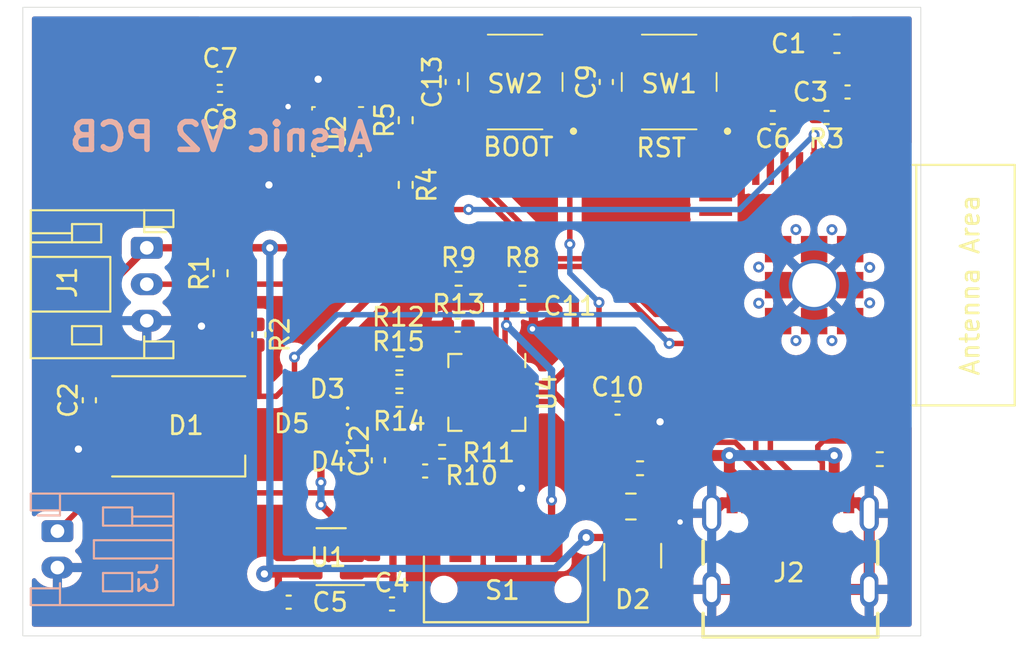
<source format=kicad_pcb>
(kicad_pcb (version 20221018) (generator pcbnew)
  (layers (0 "F.Cu" signal "Front") (31 "B.Cu" signal "Back") (34 "B.Paste" user) (35 "F.Paste" user) (36 "B.SilkS" user "B.Silkscreen") (37 "F.SilkS" user "F.Silkscreen") (38 "B.Mask" user) (39 "F.Mask" user) (44 "Edge.Cuts" user))
  (net 0 "")
  (net 1 "+3.3V")
  (net 2 "GND")
  (net 3 "+5V")
  (net 4 "/CHIP_PU")
  (net 5 "VCC")
  (net 6 "Net-(C11-Pad1)")
  (net 7 "Net-(J3-Pin_1)")
  (net 8 "/GPIO9")
  (net 10 "/GPIO8")
  (net 11 "/USB_D+")
  (net 12 "/USB_D-")
  (net 13 "Net-(D3-K)")
  (net 14 "Net-(D4-K)")
  (net 15 "Net-(D5-K)")
  (net 16 "Net-(F1-Pad1)")
  (net 17 "/GPIO3")
  (net 19 "Net-(J2-CC2)")
  (net 20 "Net-(J2-CC1)")
  (net 22 "/SCA")
  (net 23 "/SCL")
  (net 24 "Net-(U4-VPCC)")
  (net 25 "Net-(U4-PROG1)")
  (net 26 "Net-(U4-PROG3)")
  (net 27 "Net-(U4-~{PG})")
  (net 28 "Net-(U4-THERM)")
  (net 29 "Net-(U4-STAT1{slash}~{LBO})")
  (net 30 "Net-(U4-STAT2)")
  (footprint "Capacitor_SMD:C_0402_1005Metric_Pad0.74x0.62mm_HandSolder" (layer "F.Cu") (at 125.3675 67.5 180)
    (fp_text reference "C8")
    (fp_text value "0.1uF/10V (10%)" hide)
  )
  (footprint "Resistor_SMD:R_0402_1005Metric_Pad0.72x0.64mm_HandSolder" (layer "F.Cu") (at 148.4025 87.8 180)
    (fp_text reference "R7" hide)
    (fp_text value "5.1k" hide)
  )
  (footprint "Capacitor_SMD:C_0603_1608Metric_Pad1.08x0.95mm_HandSolder" (layer "F.Cu") (at 159.2 64.5 180)
    (fp_text reference "C1")
    (fp_text value "10uF/25V(20%)" hide)
  )
  (footprint "Capacitor_SMD:C_0402_1005Metric_Pad0.74x0.62mm_HandSolder" (layer "F.Cu") (at 147.1675 84.5)
    (fp_text reference "C10")
    (fp_text value "4.7uF/16VX5R" hide)
  )
  (footprint "Package_TO_SOT_SMD:SOT-23-5" (layer "F.Cu") (at 131.4625 92.65 180)
    (fp_text reference "U1")
    (fp_text value "AP2112K-3.3" hide)
  )
  (footprint "Resistor_SMD:R_0402_1005Metric_Pad0.72x0.64mm_HandSolder" (layer "F.Cu") (at 135.2025 82.05 180)
    (fp_text reference "R12")
    (fp_text value "1k" hide)
  )
  (footprint "Capacitor_SMD:C_0402_1005Metric_Pad0.74x0.62mm_HandSolder" (layer "F.Cu") (at 134.05 87.3675 90)
    (fp_text reference "C12")
    (fp_text value "4.7uF/16VX5R" hide)
  )
  (footprint "Capacitor_SMD:C_0402_1005Metric_Pad0.74x0.62mm_HandSolder" (layer "F.Cu") (at 118.2 84.0675 90)
    (fp_text reference "C2")
    (fp_text value "0.1uF/10V (10%)" hide)
  )
  (footprint "JS102011SAQN:SW_JS102011SAQN" (layer "F.Cu") (at 141.05 94.45)
    (fp_text reference "S1")
    (fp_text value "JS102011SAQN" hide)
  )
  (footprint "USB4105-GF-A:GCT_USB4105-GF-A" (layer "F.Cu") (at 156.65 94.45)
    (fp_text reference "J2")
    (fp_text value "USB4105-GF-A" hide)
  )
  (footprint "Fuse:Fuse_0805_2012Metric_Pad1.15x1.40mm_HandSolder" (layer "F.Cu") (at 147.9 89.9 180)
    (fp_text reference "F1" hide)
    (fp_text value "Polyfuse_Small" hide)
  )
  (footprint "Capacitor_SMD:C_0402_1005Metric_Pad0.74x0.62mm_HandSolder" (layer "F.Cu") (at 138.4 79.95 180)
    (fp_text reference "R13")
    (fp_text value "10K(1%)" hide)
  )
  (footprint "Package_DFN_QFN:QFN-20-1EP_4x4mm_P0.5mm_EP2.5x2.5mm" (layer "F.Cu") (at 140 83.6375 -90)
    (fp_text reference "U4")
    (fp_text value "MCP73871-1CC" hide)
  )
  (footprint "Capacitor_SMD:C_0402_1005Metric_Pad0.74x0.62mm_HandSolder" (layer "F.Cu") (at 158.6325 68.55 180)
    (fp_text reference "R3")
    (fp_text value "10K(1%)" hide)
  )
  (footprint "LED_SMD:LED_0201_0603Metric_Pad0.64x0.40mm_HandSolder" (layer "F.Cu") (at 131.3175 86.4 180)
    (fp_text reference "D4")
    (fp_text value "Green" hide)
  )
  (footprint "Resistor_SMD:R_0402_1005Metric_Pad0.72x0.64mm_HandSolder" (layer "F.Cu") (at 135.2025 84.05 180)
    (fp_text reference "R14")
    (fp_text value "1k")
  )
  (footprint "PCM_Espressif:ESP32-C3-MINI-1_HandSoldering" (layer "F.Cu") (at 157.95 77.75 -90)
    (fp_text reference "U3" hide)
    (fp_text value "ESP32-C3-MINI-1" hide)
  )
  (footprint "Resistor_SMD:R_0402_1005Metric_Pad0.72x0.64mm_HandSolder" (layer "F.Cu") (at 161.55 87.3 180)
    (fp_text reference "R6" hide)
    (fp_text value "5.1k" hide)
  )
  (footprint "Package_LGA:Bosch_LGA-8_2.5x2.5mm_P0.65mm_ClockwisePinNumbering" (layer "F.Cu") (at 131.775 69.325 -90)
    (fp_text reference "U2")
    (fp_text value "BME280" hide)
  )
  (footprint "Capacitor_SMD:C_0402_1005Metric_Pad0.74x0.62mm_HandSolder" (layer "F.Cu") (at 127.5 80.4675 -90)
    (fp_text reference "R2")
    (fp_text value "10K(1%)" hide)
  )
  (footprint "LED_SMD:LED_WS2812B_PLCC4_5.0x5.0mm_P3.2mm" (layer "F.Cu") (at 123.1 85.5)
    (fp_text reference "D1" hide)
    (fp_text value "WS2812B" hide)
  )
  (footprint "Capacitor_SMD:C_0402_1005Metric_Pad0.74x0.62mm_HandSolder" (layer "F.Cu") (at 125.35 66.4 180)
    (fp_text reference "C7")
    (fp_text value "0.1uF/10V (10%)" hide)
  )
  (footprint "Package_TO_SOT_SMD:SOT-143" (layer "F.Cu") (at 148 92.6 90)
    (fp_text reference "D2")
    (fp_text value "PRTR5V0U2X" hide)
  )
  (footprint "Capacitor_SMD:C_0402_1005Metric_Pad0.74x0.62mm_HandSolder" (layer "F.Cu") (at 136.6175 87.95 180)
    (fp_text reference "R10")
    (fp_text value "10K(1%)" hide)
  )
  (footprint "LED_SMD:LED_0201_0603Metric_Pad0.64x0.40mm_HandSolder" (layer "F.Cu") (at 131.335 84.5 180)
    (fp_text reference "D3")
    (fp_text value "Blue" hide)
  )
  (footprint "Capacitor_SMD:C_0402_1005Metric_Pad0.74x0.62mm_HandSolder" (layer "F.Cu") (at 155.6825 68.55 180)
    (fp_text reference "C6")
    (fp_text value "1uF/16V(10%)" hide)
  )
  (footprint "Resistor_SMD:R_0402_1005Metric_Pad0.72x0.64mm_HandSolder" (layer "F.Cu") (at 135.55 68.6975 90)
    (fp_text reference "R5")
    (fp_text value "4.7k" hide)
  )
  (footprint "Capacitor_SMD:C_0402_1005Metric_Pad0.74x0.62mm_HandSolder" (layer "F.Cu") (at 141.9825 78.9)
    (fp_text reference "C11")
    (fp_text value "4.7uF/16VX5R" hide)
  )
  (footprint "Connector_JST:JST_PH_S3B-PH-K_1x03_P2.00mm_Horizontal" (layer "F.Cu") (at 121.35 75.7 -90)
    (fp_text reference "J1")
    (fp_text value "Conn_01x03" hide)
  )
  (footprint "Capacitor_SMD:C_0402_1005Metric_Pad0.74x0.62mm_HandSolder" (layer "F.Cu") (at 159.7825 67.15 180)
    (fp_text reference "C3")
    (fp_text value "0.1uF/50V(20%)" hide)
  )
  (footprint "Resistor_SMD:R_0402_1005Metric_Pad0.72x0.64mm_HandSolder" (layer "F.Cu") (at 138.4525 77.4)
    (fp_text reference "R9")
    (fp_text value "110K" hide)
  )
  (footprint "LED_SMD:LED_0201_0603Metric_Pad0.64x0.40mm_HandSolder" (layer "F.Cu") (at 131.3175 85.4 180)
    (fp_text reference "D5")
    (fp_text value "Red" hide)
  )
  (footprint "PTS526 SM15 SMTR2 LFS:PTS526SM15SMTR2LFS" (layer "F.Cu") (at 141.55 66.6 180)
    (fp_text reference "SW2")
    (fp_text value "PTS526_SM15_SMTR2_LFS" hide)
  )
  (footprint "Capacitor_SMD:C_0402_1005Metric_Pad0.74x0.62mm_HandSolder" (layer "F.Cu") (at 134.8 95.25)
    (fp_text reference "C4")
    (fp_text value "1uF/16V(10%)" hide)
  )
  (footprint "Resistor_SMD:R_0402_1005Metric_Pad0.72x0.64mm_HandSolder" (layer "F.Cu") (at 125.4 77.0975 90)
    (fp_text reference "R1")
    (fp_text value "4.7k" hide)
  )
  (footprint "PTS526 SM15 SMTR2 LFS:PTS526SM15SMTR2LFS" (layer "F.Cu") (at 150 66.6 180)
    (fp_text reference "SW1")
    (fp_text value "PTS526_SM15_SMTR2_LFS" hide)
  )
  (footprint "Resistor_SMD:R_0402_1005Metric_Pad0.72x0.64mm_HandSolder" (layer "F.Cu") (at 137.5475 86.9)
    (fp_text reference "R11")
    (fp_text value "100k" hide)
  )
  (footprint "Resistor_SMD:R_0402_1005Metric_Pad0.72x0.64mm_HandSolder" (layer "F.Cu") (at 135.55 72.2475 -90)
    (fp_text reference "R4")
    (fp_text value "4.7k" hide)
  )
  (footprint "Capacitor_SMD:C_0402_1005Metric_Pad0.74x0.62mm_HandSolder" (layer "F.Cu") (at 129.1325 95.15)
    (fp_text reference "C5")
    (fp_text value "1uF/16V(10%)" hide)
  )
  (footprint "Capacitor_SMD:C_0402_1005Metric_Pad0.74x0.62mm_HandSolder" (layer "F.Cu") (at 146.55 66.6 -90)
    (fp_text reference "C9")
    (fp_text value "0.1uF/10V (10%)" hide)
  )
  (footprint "Resistor_SMD:R_0402_1005Metric_Pad0.72x0.64mm_HandSolder" (layer "F.Cu") (at 135.2025 83.05 180)
    (fp_text reference "R15")
    (fp_text value "1k" hide)
  )
  (footprint "Capacitor_SMD:C_0402_1005Metric_Pad0.74x0.62mm_HandSolder" (layer "F.Cu") (at 138.1 66.6 -90)
    (fp_text reference "C13")
    (fp_text value "0.1uF/10V (10%)" hide)
  )
  (footprint "Resistor_SMD:R_0402_1005Metric_Pad0.72x0.64mm_HandSolder" (layer "F.Cu") (at 141.9525 77.4)
    (fp_text reference "R8")
    (fp_text value "330K" hide)
  )
  (footprint "Connector_JST:JST_PH_S2B-PH-K_1x02_P2.00mm_Horizontal" (layer "B.Cu") (at 116.45 91.25 -90)
    (fp_text reference "J3")
    (fp_text value "Conn_01x02")
  )
  (gr_rect (start 114.55 62.5) (end 163.8 97) (stroke (width 0.0381)) (fill none) (layer "Edge.Cuts"))
  (gr_text "Arsnic V2 PCB" (at 133.9 70.5) (layer "B.SilkS") (effects (font (size 1.524 1.524) (thickness 0.3048) bold) (justify left bottom mirror)))
  (gr_text "RST" (at 148.1 70.8) (layer "F.SilkS") (effects (font (size 1 1)) (justify left bottom)))
  (gr_text "BOOT" (at 139.7 70.75) (layer "F.SilkS") (effects (font (size 1 1)) (justify left bottom)))
  (via (at 156.951707 80.794305) (size 0.6) (drill 0.3) (layers "F.Cu" "B.Cu") (net 0))
  (via (at 160.996453 76.776256) (size 0.6) (drill 0.3) (layers "F.Cu" "B.Cu") (net 0))
  (via (at 158.924315 80.796041) (size 0.6) (drill 0.3) (layers "F.Cu" "B.Cu") (net 0))
  (via (at 154.911908 78.740007) (size 0.6) (drill 0.3) (layers "F.Cu" "B.Cu") (net 0))
  (via (at 156.95 74.7) (size 0.6) (drill 0.3) (layers "F.Cu" "B.Cu") (net 0))
  (via (at 160.99566 78.724844) (size 0.6) (drill 0.3) (layers "F.Cu" "B.Cu") (net 0))
  (via (at 154.9088 76.7559) (size 0.6) (drill 0.3) (layers "F.Cu" "B.Cu") (net 0))
  (via (at 158.924844 74.70434) (size 0.6) (drill 0.3) (layers "F.Cu" "B.Cu") (net 0))
  (segment (start 130.325 93.6) (end 128.55 93.6) (width 0.4) (layer "F.Cu") (net 1))
  (segment (start 120.65 83.85) (end 123.55 83.85) (width 0.4) (layer "F.Cu") (net 1))
  (segment (start 125.9175 66.3075) (end 127.9 64.325) (width 0.4) (layer "F.Cu") (net 1))
  (segment (start 135.55 72.85) (end 135.55 72.845) (width 0.4) (layer "F.Cu") (net 1))
  (segment (start 126.3675 66.85) (end 125.9175 66.4) (width 0.3) (layer "F.Cu") (net 1))
  (segment (start 160.25 68.55) (end 160.35 68.65) (width 0.3) (layer "F.Cu") (net 1))
  (segment (start 125.45 75.7) (end 128.1 75.7) (width 0.4) (layer "F.Cu") (net 1))
  (segment (start 129.45 63.25) (end 129.7 63.25) (width 0.4) (layer "F.Cu") (net 1))
  (segment (start 132.8 69) (end 134.65 69) (width 0.4) (layer "F.Cu") (net 1))
  (segment (start 160.35 67.15) (end 160.35 65.7375) (width 0.4) (layer "F.Cu") (net 1))
  (segment (start 130.75 68.35) (end 129.6 67.2) (width 0.3) (layer "F.Cu") (net 1))
  (segment (start 121.35 75.7) (end 125.45 75.7) (width 0.4) (layer "F.Cu") (net 1))
  (segment (start 122.45 71.5) (end 126.65 75.7) (width 0.4) (layer "F.Cu") (net 1))
  (segment (start 129.7 63.25) (end 159 63.25) (width 0.4) (layer "F.Cu") (net 1))
  (segment (start 127.3 67.5) (end 125.935 67.5) (width 0.3) (layer "F.Cu") (net 1))
  (segment (start 125.9175 66.4) (end 125.9175 67.4825) (width 0.4) (layer "F.Cu") (net 1))
  (segment (start 119.325 82.525) (end 120.65 83.85) (width 0.4) (layer "F.Cu") (net 1))
  (segment (start 160.35 65.7375) (end 160.0625 65.45) (width 0.3) (layer "F.Cu") (net 1))
  (segment (start 129.45 69.65) (end 127.3 67.5) (width 0.3) (layer "F.Cu") (net 1))
  (segment (start 131.775 64.325) (end 133.45 66) (width 0.4) (layer "F.Cu") (net 1))
  (segment (start 132.7 75.7) (end 135.55 72.85) (width 0.4) (layer "F.Cu") (net 1))
  (segment (start 145.45 91.6) (end 147.05 91.6) (width 0.4) (layer "F.Cu") (net 1))
  (segment (start 160.35 68.65) (end 160.35 71.35) (width 0.4) (layer "F.Cu") (net 1))
  (segment (start 159.2 68.55) (end 160.25 68.55) (width 0.4) (layer "F.Cu") (net 1))
  (segment (start 129.25 66.85) (end 126.3675 66.85) (width 0.3) (layer "F.Cu") (net 1))
  (segment (start 129.6 67.2) (end 129.25 66.85) (width 0.3) (layer "F.Cu") (net 1))
  (segment (start 130.75 69.65) (end 129.45 69.65) (width 0.3) (layer "F.Cu") (net 1))
  (segment (start 130.7 68.4) (end 130.75 68.35) (width 0.4) (layer "F.Cu") (net 1))
  (segment (start 125.9175 67.4825) (end 125.935 67.5) (width 0.4) (layer "F.Cu") (net 1))
  (segment (start 128.55 93.6) (end 127.8 93.6) (width 0.4) (layer "F.Cu") (net 1))
  (segment (start 128.565 93.615) (end 128.55 93.6) (width 0.3) (layer "F.Cu") (net 1))
  (segment (start 128.375 64.325) (end 129.55 64.325) (width 0.4) (layer "F.Cu") (net 1))
  (segment (start 123.55 83.85) (end 127.5 79.9) (width 0.4) (layer "F.Cu") (net 1))
  (segment (start 118.35 83.5) (end 118.2 83.5) (width 0.3) (layer "F.Cu") (net 1))
  (segment (start 134.65 69) (end 135.55 68.1) (width 0.4) (layer "F.Cu") (net 1))
  (segment (start 133.45 66) (end 135.55 68.1) (width 0.4) (layer "F.Cu") (net 1))
  (segment (start 125.9175 66.4) (end 125.9175 66.3075) (width 0.3) (layer "F.Cu") (net 1))
  (segment (start 128.1 75.7) (end 132.7 75.7) (width 0.4) (layer "F.Cu") (net 1))
  (segment (start 126.65 75.7) (end 128.1 75.7) (width 0.4) (layer "F.Cu") (net 1))
  (segment (start 125.4 76.5) (end 125.4 75.75) (width 0.4) (layer "F.Cu") (net 1))
  (segment (start 129.45 63.25) (end 125.25 63.25) (width 0.4) (layer "F.Cu") (net 1))
  (segment (start 122.45 66.05) (end 122.45 71.5) (width 0.4) (layer "F.Cu") (net 1))
  (segment (start 128.565 95.15) (end 128.565 93.615) (width 0.4) (layer "F.Cu") (net 1))
  (segment (start 128.375 64.325) (end 129.45 63.25) (width 0.4) (layer "F.Cu") (net 1))
  (segment (start 121.35 75.7) (end 119.2 77.85) (width 0.4) (layer "F.Cu") (net 1))
  (segment (start 160.35 67.15) (end 160.35 68.65) (width 0.4) (layer "F.Cu") (net 1))
  (segment (start 159 63.25) (end 160.0625 64.3125) (width 0.4) (layer "F.Cu") (net 1))
  (segment (start 129.55 64.325) (end 131.775 64.325) (width 0.4) (layer "F.Cu") (net 1))
  (segment (start 160.0625 64.3125) (end 160.0625 65.45) (width 0.4) (layer "F.Cu") (net 1))
  (segment (start 119.325 82.525) (end 118.35 83.5) (width 0.4) (layer "F.Cu") (net 1))
  (segment (start 119.2 82.4) (end 119.325 82.525) (width 0.3) (layer "F.Cu") (net 1))
  (segment (start 127.9 64.325) (end 128.375 64.325) (width 0.4) (layer "F.Cu") (net 1))
  (segment (start 125.4 75.75) (end 125.45 75.7) (width 0.3) (layer "F.Cu") (net 1))
  (segment (start 119.2 77.85) (end 119.2 82.4) (width 0.4) (layer "F.Cu") (net 1))
  (segment (start 125.25 63.25) (end 122.45 66.05) (width 0.4) (layer "F.Cu") (net 1))
  (via (at 145.45 91.6) (size 0.9) (drill 0.4) (layers "F.Cu" "B.Cu") (net 1))
  (via (at 127.8 93.6) (size 0.9) (drill 0.4) (layers "F.Cu" "B.Cu") (net 1))
  (via (at 128.1 75.7) (size 0.9) (drill 0.4) (layers "F.Cu" "B.Cu") (net 1))
  (segment (start 127.8 93.6) (end 127.85 93.55) (width 0.3) (layer "B.Cu") (net 1))
  (segment (start 143.75 93.3) (end 145.45 91.6) (width 0.4) (layer "B.Cu") (net 1))
  (segment (start 128.1 93.3) (end 128.1 75.7) (width 0.4) (layer "B.Cu") (net 1))
  (segment (start 128.1 93.3) (end 143.75 93.3) (width 0.4) (layer "B.Cu") (net 1))
  (segment (start 127.85 93.55) (end 128.1 93.3) (width 0.4) (layer "B.Cu") (net 1))
  (segment (start 127.8 93.6) (end 128.1 93.3) (width 0.4) (layer "B.Cu") (net 1))
  (segment (start 162.85 71.45) (end 162.9 71.4) (width 0.4) (layer "F.Cu") (net 2))
  (segment (start 159.925 77.75) (end 159.925 79.725) (width 0.4) (layer "F.Cu") (net 2))
  (segment (start 152.905 89.695) (end 152.33 90.27) (width 0.6) (layer "F.Cu") (net 2))
  (segment (start 139 85.575) (end 138.0625 84.6375) (width 0.3) (layer "F.Cu") (net 2))
  (segment (start 162.85 74.55) (end 162.85 75.35) (width 0.4) (layer "F.Cu") (net 2))
  (segment (start 139.955126 83.6375) (end 137.8325 81.514874) (width 0.3) (layer "F.Cu") (net 2))
  (segment (start 138.1 66.0325) (end 138.1 65.2) (width 0.3) (layer "F.Cu") (net 2))
  (segment (start 131 69) (end 130.75 69) (width 0.3) (layer "F.Cu") (net 2))
  (segment (start 160.97 90.27) (end 160.97 94.45) (width 0.6) (layer "F.Cu") (net 2))
  (segment (start 155.975 77.75) (end 155.975 75.775) (width 0.4) (layer "F.Cu") (net 2))
  (segment (start 154.675 75.775) (end 155.975 75.775) (width 0.4) (layer "F.Cu") (net 2))
  (segment (start 124.05 79.7) (end 124.35 80) (width 0.4) (layer "F.Cu") (net 2))
  (segment (start 147 64.75) (end 153 64.75) (width 0.3) (layer "F.Cu") (net 2))
  (segment (start 162.85 76.15) (end 162.85 76.95) (width 0.4) (layer "F.Cu") (net 2))
  (segment (start 157.9 78.025) (end 159.875 78.025) (width 0.6) (layer "F.Cu") (net 2))
  (segment (start 162.85 71.2) (end 162.8 71.25) (width 0.3) (layer "F.Cu") (net 2))
  (segment (start 159.85 89.695) (end 160.395 89.695) (width 0.6) (layer "F.Cu") (net 2))
  (segment (start 138.0625 84.6375) (end 139 84.6375) (width 0.3) (layer "F.Cu") (net 2))
  (segment (start 162.85 81.75) (end 162.85 80.95) (width 0.4) (layer "F.Cu") (net 2))
  (segment (start 162.85 82.55) (end 162.85 84.05) (width 0.4) (layer "F.Cu") (net 2))
  (segment (start 140 83.6375) (end 139.955126 83.6375) (width 0.3) (layer "F.Cu") (net 2))
  (segment (start 153.95 75.05) (end 153.95 71.35) (width 0.4) (layer "F.Cu") (net 2))
  (segment (start 146.55 65.2) (end 147 64.75) (width 0.3) (layer "F.Cu") (net 2))
  (segment (start 138.0625 84.6375) (end 138.0625 84.1375) (width 0.3) (layer "F.Cu") (net 2))
  (segment (start 139.5 84.1375) (end 140 83.6375) (width 0.3) (layer "F.Cu") (net 2))
  (segment (start 130.75 69) (end 130.15 69) (width 0.3) (layer "F.Cu") (net 2))
  (segment (start 161.95 71.35) (end 162.55 71.35) (width 0.4) (layer "F.Cu") (net 2))
  (segment (start 162.85 84.05) (end 162.9 84.1) (width 0.4) (layer "F.Cu") (net 2))
  (segment (start 159.925 79.725) (end 157.95 79.725) (width 0.4) (layer "F.Cu") (net 2))
  (segment (start 162.55 71.35) (end 162.6 71.4) (width 0.4) (layer "F.Cu") (net 2))
  (segment (start 157.95 79.725) (end 155.975 79.725) (width 0.4) (layer "F.Cu") (net 2))
  (segment (start 162.85 77.75) (end 162.85 78.55) (width 0.4) (layer "F.Cu") (net 2))
  (segment (start 139 84.6375) (end 140 83.6375) (width 0.3) (layer "F.Cu") (net 2))
  (segment (start 121.35 79.7) (end 124.05 79.7) (width 0.4) (layer "F.Cu") (net 2))
  (segment (start 157.95 75.775) (end 159.925 75.775) (width 0.4) (layer "F.Cu") (net 2))
  (segment (start 138.1 65.2) (end 138.55 64.75) (width 0.3) (layer "F.Cu") (net 2))
  (segment (start 140 81.7) (end 140 83.6375) (width 0.3) (layer "F.Cu") (net 2))
  (segment (start 162.85 76.95) (end 162.85 77.75) (width 0.4) (layer "F.Cu") (net 2))
  (segment (start 159.925 75.775) (end 159.925 77.75) (width 0.4) (layer "F.Cu") (net 2))
  (segment (start 131 70.3) (end 131.277 70.023) (width 0.3) (layer "F.Cu") (net 2))
  (segment (start 155.975 79.725) (end 155.975 75.325) (width 0.4) (layer "F.Cu") (net 2))
  (segment (start 162.85 75.35) (end 162.85 76.15) (width 0.4) (layer "F.Cu") (net 2))
  (segment (start 162.85 78.55) (end 162.85 79.35) (width 0.4) (layer "F.Cu") (net 2))
  (segment (start 162.85 73.75) (end 162.85 74.55) (width 0.4) (layer "F.Cu") (net 2))
  (segment (start 139.5 83.1375) (end 140 83.6375) (width 0.3) (layer "F.Cu") (net 2))
  (segment (start 153.45 89.695) (end 152.905 89.695) (width 0.6) (layer "F.Cu") (net 2))
  (segment (start 137.8325 81.514874) (end 137.8325 79.95) (width 0.3) (layer "F.Cu") (net 2))
  (segment (start 139.5 81.7) (end 139.5 83.1375) (width 0.3) (layer "F.Cu") (net 2))
  (segment (start 154.05 75.15) (end 154.675 75.775) (width 0.4) (layer "F.Cu") (net 2))
  (segment (start 162.85 81.75) (end 162.85 82.55) (width 0.4) (layer "F.Cu") (net 2))
  (segment (start 155.975 75.775) (end 157.95 75.775) (width 0.4) (layer "F.Cu") (net 2))
  (segment (start 131.277 70.023) (end 131.277 69.277) (width 0.3) (layer "F.Cu") (net 2))
  (segment (start 162.6865 71.35) (end 162.7365 71.4) (width 0.127) (layer "F.Cu") (net 2))
  (segment (start 131.277 69.277) (end 132.204 68.35) (width 0.3) (layer "F.Cu") (net 2))
  (segment (start 159.925 75.775) (end 161.15 74.55) (width 0.4) (layer "F.Cu") (net 2))
  (segment (start 153.45 74.55) (end 152.55 74.55) (width 0.4) (layer "F.Cu") (net 2))
  (segment (start 161.15 71.35) (end 161.95 71.35) (width 0.4) (layer "F.Cu") (net 2))
  (segment (start 130.75 70.3) (end 131 70.3) (width 0.3) (layer "F.Cu") (net 2))
  (segment (start 162.85 80.95) (end 162.85 80.15) (width 0.4) (layer "F.Cu") (net 2))
  (segment (start 162.85 72.95) (end 162.85 71.45) (width 0.4) (layer "F.Cu") (net 2))
  (segment (start 130.15 69) (end 129.1 67.95) (width 0.3) (layer "F.Cu") (net 2))
  (segment (start 154.05 75.15) (end 153.45 74.55) (width 0.4) (layer "F.Cu") (net 2))
  (segment (start 154.05 75.15) (end 153.95 75.05) (width 0.4) (layer "F.Cu") (net 2))
  (segment (start 162.85 80.15) (end 162.85 79.35) (width 0.4) (layer "F.Cu") (net 2))
  (segment (start 161.15 74.55) (end 161.15 71.35) (width 0.4) (layer "F.Cu") (net 2))
  (segment (start 160.395 89.695) (end 160.97 90.27) (width 0.6) (layer "F.Cu") (net 2))
  (segment (start 162.85 72.95) (end 162.85 73.75) (width 0.4) (layer "F.Cu") (net 2))
  (segment (start 132.204 68.35) (end 132.8 68.35) (width 0.3) (layer "F.Cu") (net 2))
  (segment (start 155.925 78.025) (end 157.9 78.025) (width 0.6) (layer "F.Cu") (net 2))
  (segment (start 138.0625 84.1375) (end 139.5 84.1375) (width 0.3) (layer "F.Cu") (net 2))
  (segment (start 131.277 69.277) (end 131 69) (width 0.3) (layer "F.Cu") (net 2))
  (segment (start 155.975 79.725) (end 155.975 77.75) (width 0.4) (layer "F.Cu") (net 2))
  (segment (start 146.55 66.0325) (end 146.55 65.2) (width 0.3) (layer "F.Cu") (net 2))
  (segment (start 160.97 94.45) (end 152.33 94.45) (width 0.6) (layer "F.Cu") (net 2))
  (via (at 129.1 67.95) (size 0.6) (drill 0.3) (layers "F.Cu" "B.Cu") (net 2))
  (via (at 142.5 80.15) (size 0.6) (drill 0.3) (layers "F.Cu" "B.Cu") (net 2))
  (via (at 141.9 88.9) (size 0.9) (drill 0.4) (layers "F.Cu" "B.Cu") (net 2))
  (via (at 150.6 90.75) (size 0.6) (drill 0.3) (layers "F.Cu" "B.Cu") (net 2))
  (via (at 149.5 85.25) (size 0.9) (drill 0.4) (layers "F.Cu" "B.Cu") (net 2))
  (via (at 124.35 80) (size 0.9) (drill 0.4) (layers "F.Cu" "B.Cu") (net 2))
  (via (at 128.05 72.25) (size 0.9) (drill 0.4) (layers "F.Cu" "B.Cu") (net 2))
  (via (at 117.6 86.75) (size 0.9) (drill 0.4) (layers "F.Cu" "B.Cu") (net 2))
  (via (at 130.75 66.45) (size 0.9) (drill 0.4) (layers "F.Cu" "B.Cu") (net 2))
  (via (at 135.95 85.55) (size 0.9) (drill 0.4) (layers "F.Cu" "B.Cu") (net 2))
  (segment (start 139.473 90.123) (end 137.81455 90.123) (width 0.4) (layer "F.Cu") (net 3))
  (segment (start 133.675 90.625) (end 131.725 90.625) (width 0.4) (layer "F.Cu") (net 3))
  (segment (start 134.85 94.6325) (end 134.2325 95.25) (width 0.4) (layer "F.Cu") (net 3))
  (segment (start 134.85 93.6) (end 132.6 93.6) (width 0.4) (layer "F.Cu") (net 3))
  (segment (start 133.675 90.625) (end 134.85 91.8) (width 0.4) (layer "F.Cu") (net 3))
  (segment (start 134.05 90.25) (end 133.675 90.625) (width 0.4) (layer "F.Cu") (net 3))
  (segment (start 131.725 90.625) (end 130.9 89.8) (width 0.4) (layer "F.Cu") (net 3))
  (segment (start 134.85 91.8) (end 134.85 93.6) (width 0.4) (layer "F.Cu") (net 3))
  (segment (start 134.85 93.6) (end 134.85 94.6325) (width 0.4) (layer "F.Cu") (net 3))
  (segment (start 137.68755 90.25) (end 134.05 90.25) (width 0.4) (layer "F.Cu") (net 3))
  (segment (start 137.81455 90.123) (end 137.68755 90.25) (width 0.4) (layer "F.Cu") (net 3))
  (segment (start 130.9 86.41) (end 130.91 86.4) (width 0.3) (layer "F.Cu") (net 3))
  (segment (start 133.675 90.625) (end 132.6 91.7) (width 0.4) (layer "F.Cu") (net 3))
  (segment (start 130.9 88.5735) (end 130.9 86.41) (width 0.4) (layer "F.Cu") (net 3))
  (segment (start 141.05 91.7) (end 139.473 90.123) (width 0.4) (layer "F.Cu") (net 3))
  (via (at 130.9 89.8) (size 0.6) (drill 0.3) (layers "F.Cu" "B.Cu") (net 3))
  (via (at 130.9 88.5735) (size 0.6) (drill 0.3) (layers "F.Cu" "B.Cu") (net 3))
  (segment (start 130.9 89.8) (end 130.9 88.5735) (width 0.4) (layer "B.Cu") (net 3))
  (segment (start 156.25 68.55) (end 156.25 71.25) (width 0.3) (layer "F.Cu") (net 4))
  (segment (start 158.065 68.55) (end 156.25 68.55) (width 0.3) (layer "F.Cu") (net 4))
  (segment (start 155.7 66.65) (end 156.25 67.2) (width 0.3) (layer "F.Cu") (net 4))
  (segment (start 156.25 67.2) (end 156.25 68.55) (width 0.3) (layer "F.Cu") (net 4))
  (segment (start 146.55 67.1675) (end 146.55 68) (width 0.3) (layer "F.Cu") (net 4))
  (segment (start 156.25 71.25) (end 156.35 71.35) (width 0.3) (layer "F.Cu") (net 4))
  (segment (start 153 67.15) (end 153.5 66.65) (width 0.3) (layer "F.Cu") (net 4))
  (segment (start 153 68.45) (end 153 67.15) (width 0.3) (layer "F.Cu") (net 4))
  (segment (start 146.55 68) (end 147 68.45) (width 0.3) (layer "F.Cu") (net 4))
  (segment (start 153.5 66.65) (end 155.7 66.65) (width 0.3) (layer "F.Cu") (net 4))
  (segment (start 153 68.45) (end 147 68.45) (width 0.3) (layer "F.Cu") (net 4))
  (segment (start 143.5625 84.1375) (end 141.9375 84.1375) (width 0.3) (layer "F.Cu") (net 5))
  (segment (start 135.85 76.15) (end 130.9275 81.0725) (width 0.4) (layer "F.Cu") (net 5))
  (segment (start 141.9375 83.6375) (end 143.6375 83.6375) (width 0.3) (layer "F.Cu") (net 5))
  (segment (start 146.875 86.875) (end 143.85 83.85) (width 0.4) (layer "F.Cu") (net 5))
  (segment (start 143.6375 83.1) (end 143.6375 83.6375) (width 0.4) (layer "F.Cu") (net 5))
  (segment (start 130.9275 81.0725) (end 130.9275 84.5) (width 0.4) (layer "F.Cu") (net 5))
  (segment (start 144.85 81.8875) (end 143.6375 83.1) (width 0.4) (layer "F.Cu") (net 5))
  (segment (start 143.55 77.4) (end 144.85 78.7) (width 0.4) (layer "F.Cu") (net 5))
  (segment (start 141.9375 83.1375) (end 143.6 83.1375) (width 0.3) (layer "F.Cu") (net 5))
  (segment (start 143.85 83.85) (end 143.5625 84.1375) (width 0.3) (layer "F.Cu") (net 5))
  (segment (start 130.9275 85.3825) (end 130.91 85.4) (width 0.3) (layer "F.Cu") (net 5))
  (segment (start 144.85 78.7) (end 144.85 81.8875) (width 0.4) (layer "F.Cu") (net 5))
  (segment (start 146.6 84.5) (end 146.6 86.6) (width 0.3) (layer "F.Cu") (net 5))
  (segment (start 146.6 86.6) (end 146.875 86.875) (width 0.3) (layer "F.Cu") (net 5))
  (segment (start 130.9275 84.5) (end 130.9275 85.3825) (width 0.4) (layer "F.Cu") (net 5))
  (segment (start 143.6375 83.6375) (end 143.85 83.85) (width 0.4) (layer "F.Cu") (net 5))
  (segment (start 142.55 77.4) (end 143.55 77.4) (width 0.4) (layer "F.Cu") (net 5))
  (segment (start 141.3 76.15) (end 135.85 76.15) (width 0.4) (layer "F.Cu") (net 5))
  (segment (start 143.6 83.1375) (end 143.6375 83.1) (width 0.3) (layer "F.Cu") (net 5))
  (segment (start 142.55 77.4) (end 141.3 76.15) (width 0.4) (layer "F.Cu") (net 5))
  (segment (start 146.875 89.9) (end 146.875 86.875) (width 0.4) (layer "F.Cu") (net 5))
  (segment (start 141.0765 79.95) (end 141.0765 79.2385) (width 0.3) (layer "F.Cu") (net 6))
  (segment (start 141 81.7) (end 141.9375 82.6375) (width 0.3) (layer "F.Cu") (net 6))
  (segment (start 141 81.7) (end 141 79.95) (width 0.3) (layer "F.Cu") (net 6))
  (segment (start 141.0765 79.2385) (end 141.415 78.9) (width 0.3) (layer "F.Cu") (net 6))
  (segment (start 141 79.95) (end 141.0765 79.95) (width 0.3) (layer "F.Cu") (net 6))
  (segment (start 143.55 89.55) (end 143.55 91.7) (width 0.4) (layer "F.Cu") (net 6))
  (via (at 141.0765 79.95) (size 0.6) (drill 0.3) (layers "F.Cu" "B.Cu") (net 6))
  (via (at 143.55 89.55) (size 0.6) (drill 0.3) (layers "F.Cu" "B.Cu") (net 6))
  (segment (start 143.55 82.4235) (end 143.55 89.55) (width 0.4) (layer "B.Cu") (net 6))
  (segment (start 141.0765 79.95) (end 143.55 82.4235) (width 0.4) (layer "B.Cu") (net 6))
  (segment (start 141 85.575) (end 141 87.6) (width 0.3) (layer "F.Cu") (net 7))
  (segment (start 139.15 89.45) (end 134.95 89.45) (width 0.3) (layer "F.Cu") (net 7))
  (segment (start 133.65 89.15) (end 118.5 89.15) (width 0.3) (layer "F.Cu") (net 7))
  (segment (start 118.5 89.2) (end 116.45 91.25) (width 0.3) (layer "F.Cu") (net 7))
  (segment (start 134.05 87.935) (end 134.05 88.75) (width 0.3) (layer "F.Cu") (net 7))
  (segment (start 118.5 89.15) (end 118.5 89.2) (width 0.3) (layer "F.Cu") (net 7))
  (segment (start 141 87.6) (end 139.15 89.45) (width 0.3) (layer "F.Cu") (net 7))
  (segment (start 134.65 89.15) (end 133.65 89.15) (width 0.3) (layer "F.Cu") (net 7))
  (segment (start 134.05 88.75) (end 133.65 89.15) (width 0.3) (layer "F.Cu") (net 7))
  (segment (start 141 85.575) (end 141.9375 84.6375) (width 0.3) (layer "F.Cu") (net 7))
  (segment (start 134.95 89.45) (end 134.65 89.15) (width 0.3) (layer "F.Cu") (net 7))
  (segment (start 141 85.575) (end 140.5 85.575) (width 0.3) (layer "F.Cu") (net 7))
  (segment (start 146.15 81.4) (end 147.5 82.75) (width 0.3) (layer "F.Cu") (net 8))
  (segment (start 144.55 75.5) (end 144.55 68.45) (width 0.3) (layer "F.Cu") (net 8))
  (segment (start 138.55 68.45) (end 144.55 68.45) (width 0.3) (layer "F.Cu") (net 8))
  (segment (start 138.1 68) (end 138.55 68.45) (width 0.3) (layer "F.Cu") (net 8))
  (segment (start 151.858262 81.75) (end 152.55 81.75) (width 0.3) (layer "F.Cu") (net 8))
  (segment (start 138.1 67.1675) (end 138.1 68) (width 0.3) (layer "F.Cu") (net 8))
  (segment (start 150.858262 82.75) (end 151.858262 81.75) (width 0.3) (layer "F.Cu") (net 8))
  (segment (start 146.15 78.7) (end 146.15 81.4) (width 0.3) (layer "F.Cu") (net 8))
  (segment (start 147.5 82.75) (end 150.858262 82.75) (width 0.3) (layer "F.Cu") (net 8))
  (via (at 146.15 78.7) (size 0.6) (drill 0.3) (layers "F.Cu" "B.Cu") (net 8))
  (via (at 144.55 75.5) (size 0.6) (drill 0.3) (layers "F.Cu" "B.Cu") (net 8))
  (segment (start 146.15 78.7) (end 144.55 77.1) (width 0.3) (layer "B.Cu") (net 8))
  (segment (start 144.55 77.1) (end 144.55 75.5) (width 0.3) (layer "B.Cu") (net 8))
  (segment (start 128.45 83.85) (end 127.5 83.85) (width 0.3) (layer "F.Cu") (net 10))
  (segment (start 128.45 83.85) (end 129.45 82.85) (width 0.3) (layer "F.Cu") (net 10))
  (segment (start 127.5 81.035) (end 127.5 83.85) (width 0.3) (layer "F.Cu") (net 10))
  (segment (start 150 80.95) (end 152.55 80.95) (width 0.3) (layer "F.Cu") (net 10))
  (segment (start 129.45 82.85) (end 129.45 81.7) (width 0.3) (layer "F.Cu") (net 10))
  (segment (start 127.5 83.85) (end 125.55 83.85) (width 0.3) (layer "F.Cu") (net 10))
  (via (at 150 80.95) (size 0.6) (drill 0.3) (layers "F.Cu" "B.Cu") (net 10))
  (via (at 129.45 81.7) (size 0.6) (drill 0.3) (layers "F.Cu" "B.Cu") (net 10))
  (segment (start 148.423 79.373) (end 150 80.95) (width 0.3) (layer "B.Cu") (net 10))
  (segment (start 131.777 79.373) (end 148.423 79.373) (width 0.3) (layer "B.Cu") (net 10))
  (segment (start 129.45 81.7) (end 131.777 79.373) (width 0.3) (layer "B.Cu") (net 10))
  (segment (start 155.55 86.9) (end 156.875 88.225) (width 0.3) (layer "F.Cu") (net 11))
  (segment (start 148.95 93.6) (end 149.85 92.7) (width 0.3) (layer "F.Cu") (net 11))
  (segment (start 156.4 88.8) (end 156.875 88.325) (width 0.3) (layer "F.Cu") (net 11))
  (segment (start 156.875 88.225) (end 156.875 88.325) (width 0.3) (layer "F.Cu") (net 11))
  (segment (start 157.4 88.85) (end 157.4 89.695) (width 0.3) (layer "F.Cu") (net 11))
  (segment (start 156.4 89.695) (end 156.4 88.8) (width 0.3) (layer "F.Cu") (net 11))
  (segment (start 157.4 91.25) (end 157.4 89.695) (width 0.3) (layer "F.Cu") (net 11))
  (segment (start 156.875 88.325) (end 157.4 88.85) (width 0.3) (layer "F.Cu") (net 11))
  (segment (start 155.55 84.15) (end 155.55 86.9) (width 0.3) (layer "F.Cu") (net 11))
  (segment (start 155.95 92.7) (end 157.4 91.25) (width 0.3) (layer "F.Cu") (net 11))
  (segment (start 149.85 92.7) (end 155.95 92.7) (width 0.3) (layer "F.Cu") (net 11))
  (segment (start 156.9 89.695) (end 156.9 91.05) (width 0.3) (layer "F.Cu") (net 12))
  (segment (start 156.25 91.7) (end 155.9 91.35) (width 0.3) (layer "F.Cu") (net 12))
  (segment (start 156.9 91.05) (end 156.25 91.7) (width 0.3) (layer "F.Cu") (net 12))
  (segment (start 155.7 92.25) (end 156.25 91.7) (width 0.3) (layer "F.Cu") (net 12))
  (segment (start 154.75 84.15) (end 154.75 87.2) (width 0.3) (layer "F.Cu") (net 12))
  (segment (start 155.9 91.35) (end 155.9 89.695) (width 0.3) (layer "F.Cu") (net 12))
  (segment (start 149.6 92.25) (end 155.7 92.25) (width 0.3) (layer "F.Cu") (net 12))
  (segment (start 155.9 88.35) (end 155.9 89.695) (width 0.3) (layer "F.Cu") (net 12))
  (segment (start 154.75 87.2) (end 155.9 88.35) (width 0.3) (layer "F.Cu") (net 12))
  (segment (start 148.95 91.6) (end 149.6 92.25) (width 0.3) (layer "F.Cu") (net 12))
  (segment (start 131.7425 84.5) (end 132.155 84.5) (width 0.3) (layer "F.Cu") (net 13))
  (segment (start 132.155 84.5) (end 134.605 82.05) (width 0.3) (layer "F.Cu") (net 13))
  (segment (start 132.255 86.4) (end 134.605 84.05) (width 0.3) (layer "F.Cu") (net 14))
  (segment (start 131.725 86.4) (end 132.255 86.4) (width 0.3) (layer "F.Cu") (net 14))
  (segment (start 131.725 85.4) (end 132.255 85.4) (width 0.3) (layer "F.Cu") (net 15))
  (segment (start 132.255 85.4) (end 134.605 83.05) (width 0.3) (layer "F.Cu") (net 15))
  (segment (start 154.25 88.9) (end 154.25 89.695) (width 0.6) (layer "F.Cu") (net 16))
  (segment (start 159.05 89.695) (end 159.05 87.1) (width 0.6) (layer "F.Cu") (net 16))
  (segment (start 151.725 87.1) (end 148.925 89.9) (width 0.6) (layer "F.Cu") (net 16))
  (segment (start 153.3 87.1) (end 151.725 87.1) (width 0.6) (layer "F.Cu") (net 16))
  (segment (start 153.3 87.95) (end 154.25 88.9) (width 0.6) (layer "F.Cu") (net 16))
  (segment (start 153.3 87.1) (end 153.3 87.95) (width 0.6) (layer "F.Cu") (net 16))
  (via (at 153.3 87.1) (size 0.9) (drill 0.4) (layers "F.Cu" "B.Cu") (net 16))
  (via (at 159.05 87.1) (size 0.9) (drill 0.4) (layers "F.Cu" "B.Cu") (net 16))
  (segment (start 159.05 87.1) (end 153.3 87.1) (width 0.6) (layer "B.Cu") (net 16))
  (segment (start 132.555 77.695) (end 136.65 73.6) (width 0.3) (layer "F.Cu") (net 17))
  (segment (start 125.395 77.7) (end 125.4 77.695) (width 0.3) (layer "F.Cu") (net 17))
  (segment (start 125.4 77.695) (end 132.555 77.695) (width 0.3) (layer "F.Cu") (net 17))
  (segment (start 136.65 73.6) (end 139 73.6) (width 0.3) (layer "F.Cu") (net 17))
  (segment (start 121.35 77.7) (end 125.395 77.7) (width 0.3) (layer "F.Cu") (net 17))
  (segment (start 157.95 69.5) (end 157.95 71.35) (width 0.3) (layer "F.Cu") (net 17))
  (via (at 139 73.6) (size 0.6) (drill 0.3) (layers "F.Cu" "B.Cu") (net 17))
  (via (at 157.95 69.5) (size 0.6) (drill 0.3) (layers "F.Cu" "B.Cu") (net 17))
  (segment (start 139 73.6) (end 153.85 73.6) (width 0.3) (layer "B.Cu") (net 17))
  (segment (start 153.85 73.6) (end 157.95 69.5) (width 0.3) (layer "B.Cu") (net 17))
  (segment (start 158.15 87.228134) (end 158.15 86.6) (width 0.3) (layer "F.Cu") (net 19))
  (segment (start 158.45 86.3) (end 160.905 86.3) (width 0.3) (layer "F.Cu") (net 19))
  (segment (start 158.15 86.6) (end 158.45 86.3) (width 0.3) (layer "F.Cu") (net 19))
  (segment (start 160.9525 86.3475) (end 160.9525 87.3) (width 0.3) (layer "F.Cu") (net 19))
  (segment (start 160.905 86.3) (end 160.9525 86.3475) (width 0.3) (layer "F.Cu") (net 19))
  (segment (start 158.4 87.478134) (end 158.15 87.228134) (width 0.3) (layer "F.Cu") (net 19))
  (segment (start 158.4 89.695) (end 158.4 87.478134) (width 0.3) (layer "F.Cu") (net 19))
  (segment (start 155.4 88.55387) (end 154.027 87.18087) (width 0.3) (layer "F.Cu") (net 20))
  (segment (start 155.4 89.695) (end 155.4 88.55387) (width 0.3) (layer "F.Cu") (net 20))
  (segment (start 154.027 87.18087) (end 154.027 86.777) (width 0.3) (layer "F.Cu") (net 20))
  (segment (start 150.427 86.373) (end 149 87.8) (width 0.3) (layer "F.Cu") (net 20))
  (segment (start 154.027 86.777) (end 153.623 86.373) (width 0.3) (layer "F.Cu") (net 20))
  (segment (start 153.623 86.373) (end 150.427 86.373) (width 0.3) (layer "F.Cu") (net 20))
  (segment (start 137.64813 70.752) (end 143.623131 76.727) (width 0.3) (layer "F.Cu") (net 22))
  (segment (start 132.8 69.65) (end 132.633262 69.65) (width 0.3) (layer "F.Cu") (net 22))
  (segment (start 132.435262 70.752) (end 135.55 70.752) (width 0.3) (layer "F.Cu") (net 22))
  (segment (start 145.977 76.727) (end 149.4 80.15) (width 0.3) (layer "F.Cu") (net 22))
  (segment (start 143.623131 76.727) (end 145.977 76.727) (width 0.3) (layer "F.Cu") (net 22))
  (segment (start 132.273 70.010262) (end 132.273 70.589738) (width 0.3) (layer "F.Cu") (net 22))
  (segment (start 135.55 70.752) (end 137.64813 70.752) (width 0.3) (layer "F.Cu") (net 22))
  (segment (start 132.273 70.589738) (end 132.435262 70.752) (width 0.3) (layer "F.Cu") (net 22))
  (segment (start 149.4 80.15) (end 152.55 80.15) (width 0.3) (layer "F.Cu") (net 22))
  (segment (start 132.633262 69.65) (end 132.273 70.010262) (width 0.3) (layer "F.Cu") (net 22))
  (segment (start 135.55 71.65) (end 135.55 70.752) (width 0.3) (layer "F.Cu") (net 22))
  (segment (start 132.8 70.3) (end 135.6 70.3) (width 0.3) (layer "F.Cu") (net 23))
  (segment (start 146.2 76.3) (end 149.25 79.35) (width 0.3) (layer "F.Cu") (net 23))
  (segment (start 137.8 70.3) (end 143.8 76.3) (width 0.3) (layer "F.Cu") (net 23))
  (segment (start 149.25 79.35) (end 152.55 79.35) (width 0.3) (layer "F.Cu") (net 23))
  (segment (start 135.55 69.295) (end 135.55 70.25) (width 0.3) (layer "F.Cu") (net 23))
  (segment (start 135.55 70.25) (end 135.6 70.3) (width 0.3) (layer "F.Cu") (net 23))
  (segment (start 143.8 76.3) (end 146.2 76.3) (width 0.3) (layer "F.Cu") (net 23))
  (segment (start 135.6 70.3) (end 137.8 70.3) (width 0.3) (layer "F.Cu") (net 23))
  (segment (start 141.355 77.4) (end 140.5 77.4) (width 0.3) (layer "F.Cu") (net 24))
  (segment (start 140.5 77.4) (end 139.05 77.4) (width 0.3) (layer "F.Cu") (net 24))
  (segment (start 140.5 81.7) (end 140.5 77.4) (width 0.3) (layer "F.Cu") (net 24))
  (segment (start 140 85.575) (end 140 86.09137) (width 0.3) (layer "F.Cu") (net 25))
  (segment (start 138.21208 87.95) (end 137.185 87.95) (width 0.3) (layer "F.Cu") (net 25))
  (segment (start 140 86.16208) (end 138.21208 87.95) (width 0.3) (layer "F.Cu") (net 25))
  (segment (start 138.5875 86.9) (end 138.145 86.9) (width 0.3) (layer "F.Cu") (net 26))
  (segment (start 139.5 85.9875) (end 138.5875 86.9) (width 0.3) (layer "F.Cu") (net 26))
  (segment (start 139.5 85.575) (end 139.5 85.9875) (width 0.3) (layer "F.Cu") (net 26))
  (segment (start 135.8 82.05) (end 137.475 82.05) (width 0.3) (layer "F.Cu") (net 27))
  (segment (start 137.475 82.05) (end 138.0625 82.6375) (width 0.3) (layer "F.Cu") (net 27))
  (segment (start 139 81.7) (end 139 80.085) (width 0.3) (layer "F.Cu") (net 28))
  (segment (start 136.2125 83.6375) (end 138.0625 83.6375) (width 0.3) (layer "F.Cu") (net 29))
  (segment (start 135.8 84.05) (end 136.2125 83.6375) (width 0.3) (layer "F.Cu") (net 29))
  (segment (start 135.8 83.05) (end 135.8875 83.1375) (width 0.3) (layer "F.Cu") (net 30))
  (segment (start 135.8875 83.1375) (end 138.0625 83.1375) (width 0.3) (layer "F.Cu") (net 30))
  (zone (net 2) (net_name "GND") (layers "F&B.Cu") (connect_pads (clearance 0.5)) (min_thickness 0.25) (fill yes (thermal_gap 0.5) (thermal_bridge_width 0.5))
    (polygon (pts (xy 164 62.15) (xy 113.3 62.2) (xy 113.45 97.65) (xy 163.95 97.45) (xy 163.9 62.1)))
  )
)
</source>
